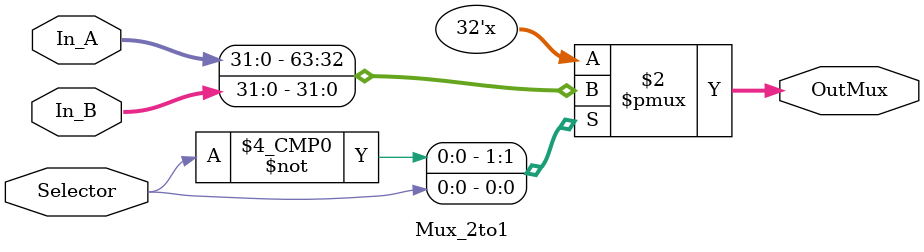
<source format=v>
`timescale 1ns / 1ps


module Mux_2to1(
    input [31:0] In_A, //opcion 1 del mux
    input [31:0] In_B, //opcion 2 del mux
    input Selector, //senal encargada de elegir la opcion 1 o 2
    output reg [31:0] OutMux //salida del mux 
    );
    
    always @ (*) begin //siempre que haya un cmabio en las entradas 
     case (Selector)  
        1'd0 : OutMux <= In_A; //si el selecotr esta en 0 selecciona la opcion 1 
        1'd1 : OutMux <= In_B; //si el selecotr esta en 1 selecciona la opcion 2 
        default : OutMux <=32'b0; //caso default la salida es cero 
     endcase  
   end
endmodule

</source>
